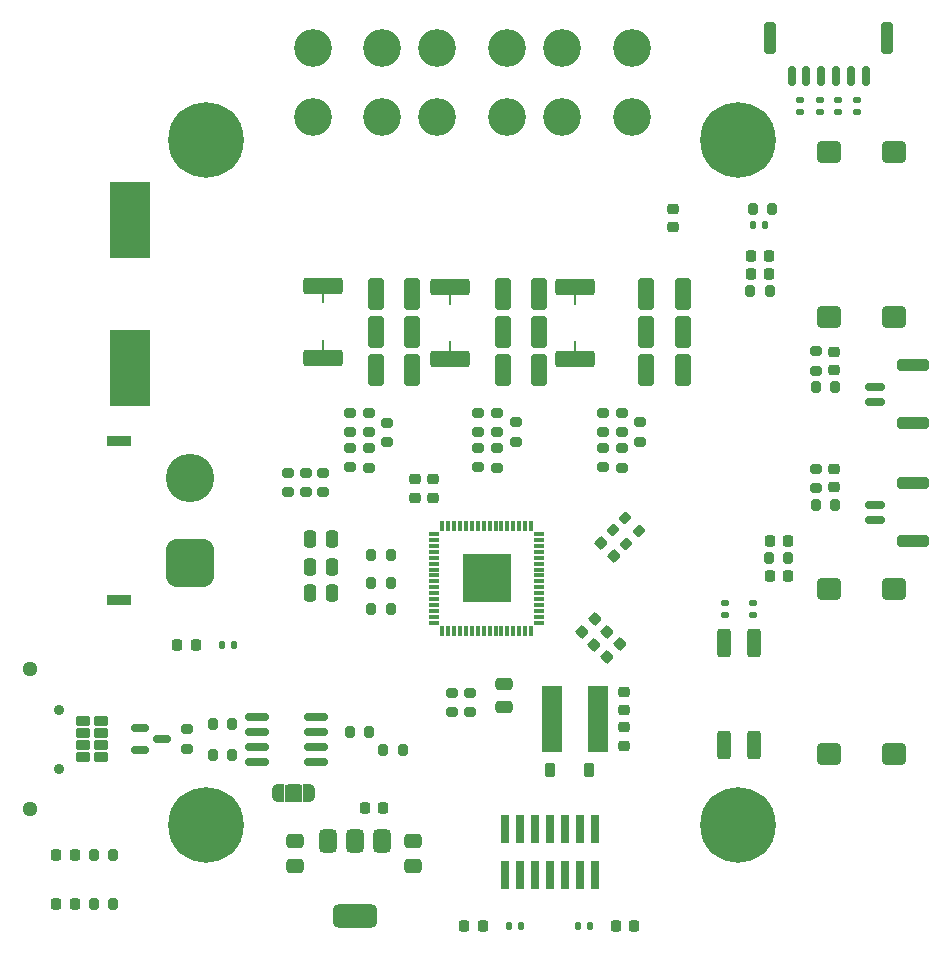
<source format=gbr>
%TF.GenerationSoftware,KiCad,Pcbnew,9.0.6-9.0.6~ubuntu24.04.1*%
%TF.CreationDate,2025-11-20T19:16:14+01:00*%
%TF.ProjectId,FOC_CONTROLLER_V2,464f435f-434f-44e5-9452-4f4c4c45525f,rev?*%
%TF.SameCoordinates,Original*%
%TF.FileFunction,Soldermask,Top*%
%TF.FilePolarity,Negative*%
%FSLAX46Y46*%
G04 Gerber Fmt 4.6, Leading zero omitted, Abs format (unit mm)*
G04 Created by KiCad (PCBNEW 9.0.6-9.0.6~ubuntu24.04.1) date 2025-11-20 19:16:14*
%MOMM*%
%LPD*%
G01*
G04 APERTURE LIST*
G04 Aperture macros list*
%AMRoundRect*
0 Rectangle with rounded corners*
0 $1 Rounding radius*
0 $2 $3 $4 $5 $6 $7 $8 $9 X,Y pos of 4 corners*
0 Add a 4 corners polygon primitive as box body*
4,1,4,$2,$3,$4,$5,$6,$7,$8,$9,$2,$3,0*
0 Add four circle primitives for the rounded corners*
1,1,$1+$1,$2,$3*
1,1,$1+$1,$4,$5*
1,1,$1+$1,$6,$7*
1,1,$1+$1,$8,$9*
0 Add four rect primitives between the rounded corners*
20,1,$1+$1,$2,$3,$4,$5,0*
20,1,$1+$1,$4,$5,$6,$7,0*
20,1,$1+$1,$6,$7,$8,$9,0*
20,1,$1+$1,$8,$9,$2,$3,0*%
%AMFreePoly0*
4,1,23,0.550000,-0.750000,0.000000,-0.750000,0.000000,-0.745722,-0.065263,-0.745722,-0.191342,-0.711940,-0.304381,-0.646677,-0.396677,-0.554381,-0.461940,-0.441342,-0.495722,-0.315263,-0.495722,-0.250000,-0.500000,-0.250000,-0.500000,0.250000,-0.495722,0.250000,-0.495722,0.315263,-0.461940,0.441342,-0.396677,0.554381,-0.304381,0.646677,-0.191342,0.711940,-0.065263,0.745722,0.000000,0.745722,
0.000000,0.750000,0.550000,0.750000,0.550000,-0.750000,0.550000,-0.750000,$1*%
%AMFreePoly1*
4,1,23,0.000000,0.745722,0.065263,0.745722,0.191342,0.711940,0.304381,0.646677,0.396677,0.554381,0.461940,0.441342,0.495722,0.315263,0.495722,0.250000,0.500000,0.250000,0.500000,-0.250000,0.495722,-0.250000,0.495722,-0.315263,0.461940,-0.441342,0.396677,-0.554381,0.304381,-0.646677,0.191342,-0.711940,0.065263,-0.745722,0.000000,-0.745722,0.000000,-0.750000,-0.550000,-0.750000,
-0.550000,0.750000,0.000000,0.750000,0.000000,0.745722,0.000000,0.745722,$1*%
G04 Aperture macros list end*
%ADD10RoundRect,0.200000X0.200000X0.275000X-0.200000X0.275000X-0.200000X-0.275000X0.200000X-0.275000X0*%
%ADD11RoundRect,0.135000X0.185000X-0.135000X0.185000X0.135000X-0.185000X0.135000X-0.185000X-0.135000X0*%
%ADD12RoundRect,0.250000X0.412500X1.100000X-0.412500X1.100000X-0.412500X-1.100000X0.412500X-1.100000X0*%
%ADD13RoundRect,0.218750X0.218750X0.256250X-0.218750X0.256250X-0.218750X-0.256250X0.218750X-0.256250X0*%
%ADD14C,3.200000*%
%ADD15RoundRect,0.200000X-0.275000X0.200000X-0.275000X-0.200000X0.275000X-0.200000X0.275000X0.200000X0*%
%ADD16RoundRect,0.250000X0.250000X0.475000X-0.250000X0.475000X-0.250000X-0.475000X0.250000X-0.475000X0*%
%ADD17RoundRect,0.200000X0.275000X-0.200000X0.275000X0.200000X-0.275000X0.200000X-0.275000X-0.200000X0*%
%ADD18RoundRect,0.225000X0.250000X-0.225000X0.250000X0.225000X-0.250000X0.225000X-0.250000X-0.225000X0*%
%ADD19RoundRect,0.225000X-0.250000X0.225000X-0.250000X-0.225000X0.250000X-0.225000X0.250000X0.225000X0*%
%ADD20RoundRect,0.225000X-0.017678X0.335876X-0.335876X0.017678X0.017678X-0.335876X0.335876X-0.017678X0*%
%ADD21FreePoly0,180.000000*%
%ADD22R,1.000000X1.500000*%
%ADD23FreePoly1,180.000000*%
%ADD24C,0.800000*%
%ADD25C,6.400000*%
%ADD26RoundRect,0.135000X-0.135000X-0.185000X0.135000X-0.185000X0.135000X0.185000X-0.135000X0.185000X0*%
%ADD27RoundRect,0.225000X0.225000X0.250000X-0.225000X0.250000X-0.225000X-0.250000X0.225000X-0.250000X0*%
%ADD28RoundRect,0.200000X0.335876X0.053033X0.053033X0.335876X-0.335876X-0.053033X-0.053033X-0.335876X0*%
%ADD29RoundRect,0.218750X-0.218750X-0.256250X0.218750X-0.256250X0.218750X0.256250X-0.218750X0.256250X0*%
%ADD30C,0.890000*%
%ADD31RoundRect,0.102000X-0.525000X0.300000X-0.525000X-0.300000X0.525000X-0.300000X0.525000X0.300000X0*%
%ADD32C,1.294000*%
%ADD33RoundRect,0.150000X-0.587500X-0.150000X0.587500X-0.150000X0.587500X0.150000X-0.587500X0.150000X0*%
%ADD34RoundRect,0.225000X-0.225000X-0.250000X0.225000X-0.250000X0.225000X0.250000X-0.225000X0.250000X0*%
%ADD35RoundRect,0.200000X-0.200000X-0.275000X0.200000X-0.275000X0.200000X0.275000X-0.200000X0.275000X0*%
%ADD36RoundRect,0.150000X0.825000X0.150000X-0.825000X0.150000X-0.825000X-0.150000X0.825000X-0.150000X0*%
%ADD37RoundRect,0.250000X-0.475000X0.337500X-0.475000X-0.337500X0.475000X-0.337500X0.475000X0.337500X0*%
%ADD38R,2.000000X0.900000*%
%ADD39RoundRect,1.025000X1.025000X-1.025000X1.025000X1.025000X-1.025000X1.025000X-1.025000X-1.025000X0*%
%ADD40C,4.100000*%
%ADD41R,3.500000X6.500000*%
%ADD42RoundRect,0.150000X0.150000X0.700000X-0.150000X0.700000X-0.150000X-0.700000X0.150000X-0.700000X0*%
%ADD43RoundRect,0.250000X0.250000X1.100000X-0.250000X1.100000X-0.250000X-1.100000X0.250000X-1.100000X0*%
%ADD44RoundRect,0.249999X1.425001X-0.450001X1.425001X0.450001X-1.425001X0.450001X-1.425001X-0.450001X0*%
%ADD45RoundRect,0.022875X0.053375X0.423375X-0.053375X0.423375X-0.053375X-0.423375X0.053375X-0.423375X0*%
%ADD46RoundRect,0.200000X-0.335876X-0.053033X-0.053033X-0.335876X0.335876X0.053033X0.053033X0.335876X0*%
%ADD47R,0.850000X0.300000*%
%ADD48R,0.300000X0.850000*%
%ADD49R,4.100000X4.100000*%
%ADD50RoundRect,0.225000X-0.335876X-0.017678X-0.017678X-0.335876X0.335876X0.017678X0.017678X0.335876X0*%
%ADD51RoundRect,0.250000X-0.475000X0.250000X-0.475000X-0.250000X0.475000X-0.250000X0.475000X0.250000X0*%
%ADD52RoundRect,0.270000X0.730000X-0.630000X0.730000X0.630000X-0.730000X0.630000X-0.730000X-0.630000X0*%
%ADD53RoundRect,0.375000X-0.375000X0.625000X-0.375000X-0.625000X0.375000X-0.625000X0.375000X0.625000X0*%
%ADD54RoundRect,0.500000X-1.400000X0.500000X-1.400000X-0.500000X1.400000X-0.500000X1.400000X0.500000X0*%
%ADD55R,0.740000X2.400000*%
%ADD56R,1.700000X5.600000*%
%ADD57RoundRect,0.135000X0.135000X0.185000X-0.135000X0.185000X-0.135000X-0.185000X0.135000X-0.185000X0*%
%ADD58RoundRect,0.150000X0.700000X-0.150000X0.700000X0.150000X-0.700000X0.150000X-0.700000X-0.150000X0*%
%ADD59RoundRect,0.250000X1.100000X-0.250000X1.100000X0.250000X-1.100000X0.250000X-1.100000X-0.250000X0*%
%ADD60RoundRect,0.250000X0.310000X-0.970000X0.310000X0.970000X-0.310000X0.970000X-0.310000X-0.970000X0*%
%ADD61RoundRect,0.225000X-0.225000X-0.375000X0.225000X-0.375000X0.225000X0.375000X-0.225000X0.375000X0*%
G04 APERTURE END LIST*
%TO.C,PwrJumper1*%
G36*
X125650000Y-123050000D02*
G01*
X124150000Y-123050000D01*
X124150000Y-121550000D01*
X125650000Y-121550000D01*
X125650000Y-123050000D01*
G37*
%TD*%
D10*
%TO.C,R36*%
X119725000Y-119090000D03*
X118075000Y-119090000D03*
%TD*%
D11*
%TO.C,R43*%
X171000000Y-64610000D03*
X171000000Y-63590000D03*
%TD*%
D12*
%TO.C,C6*%
X157862500Y-80049996D03*
X154737500Y-80049996D03*
%TD*%
D13*
%TO.C,5V*%
X140927501Y-133500000D03*
X139352499Y-133500000D03*
%TD*%
D14*
%TO.C,J2*%
X126505000Y-65035000D03*
X132375000Y-65035000D03*
X126505000Y-59165000D03*
X132375000Y-59165000D03*
%TD*%
D15*
%TO.C,R24*%
X152700000Y-90075000D03*
X152700000Y-91725000D03*
%TD*%
D16*
%TO.C,C3*%
X128150000Y-103100000D03*
X126250000Y-103100000D03*
%TD*%
D17*
%TO.C,R5*%
X125924999Y-96800000D03*
X125924999Y-95150000D03*
%TD*%
D15*
%TO.C,R2*%
X139800000Y-113775000D03*
X139800000Y-115425000D03*
%TD*%
D11*
%TO.C,R46*%
X163800000Y-107209999D03*
X163800000Y-106190001D03*
%TD*%
D12*
%TO.C,C32*%
X134962500Y-80049999D03*
X131837500Y-80049999D03*
%TD*%
D10*
%TO.C,NTC1*%
X165425000Y-72800000D03*
X163775000Y-72800000D03*
%TD*%
D15*
%TO.C,R17*%
X129700000Y-93050000D03*
X129700000Y-94700000D03*
%TD*%
D18*
%TO.C,C24*%
X157000000Y-74375000D03*
X157000000Y-72825000D03*
%TD*%
D19*
%TO.C,C29*%
X170675000Y-94850000D03*
X170675000Y-96400000D03*
%TD*%
D10*
%TO.C,R50*%
X170750000Y-87900000D03*
X169100000Y-87900000D03*
%TD*%
D11*
%TO.C,R47*%
X161400000Y-107209999D03*
X161400000Y-106190001D03*
%TD*%
D20*
%TO.C,C11*%
X152515739Y-109669723D03*
X151419723Y-110765739D03*
%TD*%
D17*
%TO.C,R7*%
X124449998Y-96800000D03*
X124449998Y-95150000D03*
%TD*%
D11*
%TO.C,Encoder*%
X172600000Y-64610000D03*
X172600000Y-63590000D03*
%TD*%
D21*
%TO.C,PwrJumper1*%
X126200000Y-122300000D03*
D22*
X124900000Y-122300000D03*
D23*
X123600000Y-122300000D03*
%TD*%
D24*
%TO.C,H4*%
X115100000Y-67000000D03*
X115802944Y-65302944D03*
X115802944Y-68697056D03*
X117500000Y-64600000D03*
D25*
X117500000Y-67000000D03*
D24*
X117500000Y-69400000D03*
X119197056Y-65302944D03*
X119197056Y-68697056D03*
X119900000Y-67000000D03*
%TD*%
D26*
%TO.C,R45*%
X163790000Y-74200000D03*
X164810000Y-74200000D03*
%TD*%
D20*
%TO.C,C12*%
X151448008Y-108601992D03*
X150351992Y-109698008D03*
%TD*%
D10*
%TO.C,R11*%
X109637500Y-127500000D03*
X107987500Y-127500000D03*
%TD*%
D17*
%TO.C,R10*%
X138300000Y-115425000D03*
X138300000Y-113775000D03*
%TD*%
D27*
%TO.C,C9*%
X166750000Y-100900000D03*
X165200000Y-100900000D03*
%TD*%
D15*
%TO.C,R22*%
X140550000Y-93050000D03*
X140550000Y-94700000D03*
%TD*%
D19*
%TO.C,C10*%
X135160000Y-95725000D03*
X135160000Y-97275000D03*
%TD*%
D28*
%TO.C,R28*%
X154151094Y-100115632D03*
X152984368Y-98948906D03*
%TD*%
D19*
%TO.C,C14*%
X136660000Y-95725000D03*
X136660000Y-97275000D03*
%TD*%
D29*
%TO.C,3v3*%
X152172499Y-133500000D03*
X153747501Y-133500000D03*
%TD*%
D30*
%TO.C,J11*%
X105057500Y-115200000D03*
X105057500Y-120200000D03*
D31*
X108582500Y-119200000D03*
X107032500Y-119200000D03*
X108582500Y-118200000D03*
X107032500Y-118200000D03*
X108582500Y-117200000D03*
X107032500Y-117200000D03*
X108582500Y-116200000D03*
X107032500Y-116200000D03*
D32*
X102607500Y-111775000D03*
X102607500Y-123625000D03*
%TD*%
D12*
%TO.C,C31*%
X145712500Y-80049996D03*
X142587500Y-80049996D03*
%TD*%
D33*
%TO.C,D2*%
X111900000Y-116750000D03*
X111900000Y-118650000D03*
X113775000Y-117700000D03*
%TD*%
D34*
%TO.C,C18*%
X163625000Y-78300000D03*
X165175000Y-78300000D03*
%TD*%
D15*
%TO.C,R18*%
X131300000Y-90075000D03*
X131300000Y-91725000D03*
%TD*%
D26*
%TO.C,R38*%
X143132500Y-133500000D03*
X144152498Y-133500000D03*
%TD*%
D10*
%TO.C,R30*%
X165225000Y-79800000D03*
X163575000Y-79800000D03*
%TD*%
D29*
%TO.C,LED 2*%
X104825000Y-131690000D03*
X106400000Y-131690000D03*
%TD*%
D19*
%TO.C,C28*%
X170675000Y-84900000D03*
X170675000Y-86450000D03*
%TD*%
D10*
%TO.C,R1*%
X133125000Y-104450000D03*
X131475000Y-104450000D03*
%TD*%
D35*
%TO.C,R8*%
X165150000Y-102400000D03*
X166800000Y-102400000D03*
%TD*%
D36*
%TO.C,U1*%
X126775000Y-119605000D03*
X126775000Y-118335000D03*
X126775000Y-117065000D03*
X126775000Y-115795000D03*
X121825000Y-115795000D03*
X121825000Y-117065000D03*
X121825000Y-118335000D03*
X121825000Y-119605000D03*
%TD*%
D26*
%TO.C,R40*%
X118805000Y-109710001D03*
X119824998Y-109710001D03*
%TD*%
D17*
%TO.C,R51*%
X169125000Y-96450000D03*
X169125000Y-94800000D03*
%TD*%
D37*
%TO.C,C20*%
X125000000Y-126362500D03*
X125000000Y-128437500D03*
%TD*%
D14*
%TO.C,V*%
X137065000Y-65035000D03*
X142935000Y-65035000D03*
X137065000Y-59165000D03*
X142935000Y-59165000D03*
%TD*%
D38*
%TO.C,DC IN*%
X110150000Y-105950000D03*
X110150000Y-92450000D03*
D39*
X116150000Y-102800000D03*
D40*
X116150000Y-95600000D03*
%TD*%
D11*
%TO.C,R41*%
X167800000Y-64610000D03*
X167800000Y-63590000D03*
%TD*%
D41*
%TO.C,C2*%
X111033885Y-86250000D03*
X111033885Y-73750000D03*
%TD*%
D37*
%TO.C,C19*%
X135000000Y-126362500D03*
X135000000Y-128437500D03*
%TD*%
D35*
%TO.C,R34*%
X132475000Y-118600000D03*
X134125000Y-118600000D03*
%TD*%
D12*
%TO.C,C21*%
X134962500Y-83250000D03*
X131837500Y-83250000D03*
%TD*%
D42*
%TO.C,J12*%
X173325000Y-61550000D03*
X172075000Y-61550000D03*
X170825000Y-61550000D03*
X169575000Y-61550000D03*
X168325000Y-61550000D03*
X167075000Y-61550000D03*
D43*
X175175000Y-58350000D03*
X165225000Y-58350000D03*
%TD*%
D10*
%TO.C,R4*%
X133125000Y-106650000D03*
X131475000Y-106650000D03*
%TD*%
D44*
%TO.C,R32*%
X138100000Y-85550000D03*
D45*
X138100000Y-84500001D03*
X138100000Y-80499999D03*
D44*
X138100000Y-79450000D03*
%TD*%
D10*
%TO.C,R48*%
X109637500Y-131700000D03*
X107987500Y-131700000D03*
%TD*%
D46*
%TO.C,R29*%
X151916637Y-100016637D03*
X153083363Y-101183363D03*
%TD*%
D18*
%TO.C,C13*%
X152900000Y-115267893D03*
X152900000Y-113717893D03*
%TD*%
D47*
%TO.C,IC1*%
X145700000Y-107850000D03*
X145700000Y-107350000D03*
X145700000Y-106850000D03*
X145700000Y-106350000D03*
X145700000Y-105850000D03*
X145700000Y-105350000D03*
X145700000Y-104850000D03*
X145700000Y-104350000D03*
X145700000Y-103850000D03*
X145700000Y-103350000D03*
X145700000Y-102850000D03*
X145700000Y-102350000D03*
X145700000Y-101850000D03*
X145700000Y-101350000D03*
X145700000Y-100850000D03*
X145700000Y-100350000D03*
D48*
X145000000Y-99650000D03*
X144500000Y-99650000D03*
X144000000Y-99650000D03*
X143500000Y-99650000D03*
X143000000Y-99650000D03*
X142500000Y-99650000D03*
X142000000Y-99650000D03*
X141500000Y-99650000D03*
X141000000Y-99650000D03*
X140500000Y-99650000D03*
X140000000Y-99650000D03*
X139500000Y-99650000D03*
X139000000Y-99650000D03*
X138500000Y-99650000D03*
X138000000Y-99650000D03*
X137500000Y-99650000D03*
D47*
X136800000Y-100350000D03*
X136800000Y-100850000D03*
X136800000Y-101350000D03*
X136800000Y-101850000D03*
X136800000Y-102350000D03*
X136800000Y-102850000D03*
X136800000Y-103350000D03*
X136800000Y-103850000D03*
X136800000Y-104350000D03*
X136800000Y-104850000D03*
X136800000Y-105350000D03*
X136800000Y-105850000D03*
X136800000Y-106350000D03*
X136800000Y-106850000D03*
X136800000Y-107350000D03*
X136800000Y-107850000D03*
D48*
X137500000Y-108550000D03*
X138000000Y-108550000D03*
X138500000Y-108550000D03*
X139000000Y-108550000D03*
X139500000Y-108550000D03*
X140000000Y-108550000D03*
X140500000Y-108550000D03*
X141000000Y-108550000D03*
X141500000Y-108550000D03*
X142000000Y-108550000D03*
X142500000Y-108550000D03*
X143000000Y-108550000D03*
X143500000Y-108550000D03*
X144000000Y-108550000D03*
X144500000Y-108550000D03*
X145000000Y-108550000D03*
D49*
X141250000Y-104100000D03*
%TD*%
D16*
%TO.C,C5*%
X128150000Y-100750000D03*
X126250000Y-100750000D03*
%TD*%
D17*
%TO.C,R14*%
X132800000Y-92550000D03*
X132800000Y-90900000D03*
%TD*%
D19*
%TO.C,1  2*%
X152900000Y-116717893D03*
X152900000Y-118267893D03*
%TD*%
D13*
%TO.C,D5*%
X116600000Y-109700000D03*
X115024998Y-109700000D03*
%TD*%
D50*
%TO.C,C17*%
X150891332Y-101112652D03*
X151987348Y-102208668D03*
%TD*%
D51*
%TO.C,C8*%
X142700000Y-113050001D03*
X142700000Y-114949999D03*
%TD*%
D52*
%TO.C,USER*%
X170225000Y-82000000D03*
X170225000Y-68000000D03*
X175725000Y-82000000D03*
X175725000Y-68000000D03*
%TD*%
D17*
%TO.C,R3*%
X127400000Y-96800000D03*
X127400000Y-95150000D03*
%TD*%
D15*
%TO.C,R16*%
X129700000Y-90075000D03*
X129700000Y-91725000D03*
%TD*%
D44*
%TO.C,R33*%
X148700000Y-85550000D03*
D45*
X148700000Y-84500001D03*
X148700000Y-80499999D03*
D44*
X148700000Y-79450000D03*
%TD*%
D53*
%TO.C,J10*%
X132400000Y-126350000D03*
X130100000Y-126350000D03*
X127800000Y-126350000D03*
D54*
X130100000Y-132650000D03*
%TD*%
D24*
%TO.C,RS485*%
X115100000Y-125000000D03*
X115802944Y-123302944D03*
X115802944Y-126697056D03*
X117500000Y-122600000D03*
D25*
X117500000Y-125000000D03*
D24*
X117500000Y-127400000D03*
X119197056Y-123302944D03*
X119197056Y-126697056D03*
X119900000Y-125000000D03*
%TD*%
D17*
%TO.C,R20*%
X143700000Y-92525000D03*
X143700000Y-90875000D03*
%TD*%
D29*
%TO.C,LED 1*%
X104825000Y-127500000D03*
X106400000Y-127500000D03*
%TD*%
D12*
%TO.C,C27*%
X134962500Y-86449999D03*
X131837500Y-86449999D03*
%TD*%
D15*
%TO.C,R19*%
X142150000Y-90075000D03*
X142150000Y-91725000D03*
%TD*%
D34*
%TO.C,C30*%
X130950000Y-123500000D03*
X132500000Y-123500000D03*
%TD*%
D14*
%TO.C,J4*%
X147655000Y-65035000D03*
X153525000Y-65035000D03*
X147655000Y-59165000D03*
X153525000Y-59165000D03*
%TD*%
D52*
%TO.C,nRST1*%
X170225000Y-119000000D03*
X170225000Y-105000000D03*
X175725000Y-119000000D03*
X175725000Y-105000000D03*
%TD*%
D44*
%TO.C,R31*%
X127400000Y-85450000D03*
D45*
X127400000Y-84400001D03*
X127400000Y-80399999D03*
D44*
X127400000Y-79350000D03*
%TD*%
D17*
%TO.C,R21*%
X142150000Y-94725000D03*
X142150000Y-93075000D03*
%TD*%
D12*
%TO.C,C26*%
X157862500Y-83249998D03*
X154737500Y-83249998D03*
%TD*%
D55*
%TO.C,JTAG*%
X142790000Y-129250000D03*
X142790000Y-125350000D03*
X144060000Y-129250000D03*
X144060000Y-125350000D03*
X145330000Y-129250000D03*
X145330000Y-125350000D03*
X146600000Y-129250000D03*
X146600000Y-125350000D03*
X147870000Y-129250000D03*
X147870000Y-125350000D03*
X149140000Y-129250000D03*
X149140000Y-125350000D03*
X150410000Y-129250000D03*
X150410000Y-125350000D03*
%TD*%
D56*
%TO.C,L1*%
X146735786Y-116000000D03*
X150635786Y-116000000D03*
%TD*%
D35*
%TO.C,R35*%
X129675000Y-117100000D03*
X131325000Y-117100000D03*
%TD*%
D17*
%TO.C,R49*%
X169125000Y-86500000D03*
X169125000Y-84850000D03*
%TD*%
D24*
%TO.C,H3*%
X160100000Y-67000000D03*
X160802944Y-65302944D03*
X160802944Y-68697056D03*
X162500000Y-64600000D03*
D25*
X162500000Y-67000000D03*
D24*
X162500000Y-69400000D03*
X164197056Y-65302944D03*
X164197056Y-68697056D03*
X164900000Y-67000000D03*
%TD*%
D27*
%TO.C,R12*%
X165175000Y-76800000D03*
X163625000Y-76800000D03*
%TD*%
D11*
%TO.C,R42*%
X169500000Y-64610000D03*
X169500000Y-63590000D03*
%TD*%
D10*
%TO.C,GATE HIGH*%
X133125000Y-102100000D03*
X131475000Y-102100000D03*
%TD*%
D27*
%TO.C,R9*%
X166750000Y-103900000D03*
X165200000Y-103900000D03*
%TD*%
D15*
%TO.C,R53*%
X115900000Y-116875000D03*
X115900000Y-118525000D03*
%TD*%
D24*
%TO.C,H2*%
X160100000Y-125000000D03*
X160802944Y-123302944D03*
X160802944Y-126697056D03*
X162500000Y-122600000D03*
D25*
X162500000Y-125000000D03*
D24*
X162500000Y-127400000D03*
X164197056Y-123302944D03*
X164197056Y-126697056D03*
X164900000Y-125000000D03*
%TD*%
D57*
%TO.C,R39*%
X149967499Y-133510001D03*
X148947501Y-133510001D03*
%TD*%
D58*
%TO.C,LSW1*%
X174150000Y-89125000D03*
X174150000Y-87875000D03*
D59*
X177350000Y-90975000D03*
X177350000Y-86025000D03*
%TD*%
D20*
%TO.C,C15*%
X150428680Y-107578680D03*
X149332664Y-108674696D03*
%TD*%
D58*
%TO.C,LSW2*%
X174150000Y-99125000D03*
X174150000Y-97875000D03*
D59*
X177350000Y-100975000D03*
X177350000Y-96025000D03*
%TD*%
D17*
%TO.C,R25*%
X154200000Y-92525000D03*
X154200000Y-90875000D03*
%TD*%
D15*
%TO.C,R27*%
X151100000Y-93050000D03*
X151100000Y-94700000D03*
%TD*%
D17*
%TO.C,R15*%
X131300000Y-94725000D03*
X131300000Y-93075000D03*
%TD*%
D12*
%TO.C,C4*%
X157862500Y-86449998D03*
X154737500Y-86449998D03*
%TD*%
D15*
%TO.C,R23*%
X151100000Y-90075000D03*
X151100000Y-91725000D03*
%TD*%
%TO.C,R13*%
X140550000Y-90075000D03*
X140550000Y-91725000D03*
%TD*%
D12*
%TO.C,C33*%
X145712500Y-83249998D03*
X142587500Y-83249998D03*
%TD*%
%TO.C,C22*%
X145712500Y-86449998D03*
X142587500Y-86449998D03*
%TD*%
D10*
%TO.C,R52*%
X170750000Y-97850000D03*
X169100000Y-97850000D03*
%TD*%
%TO.C,R37*%
X119725000Y-116390000D03*
X118075000Y-116390000D03*
%TD*%
D16*
%TO.C,BOOT*%
X128150000Y-105350000D03*
X126250000Y-105350000D03*
%TD*%
D60*
%TO.C,Adress*%
X161330000Y-118205000D03*
X163870000Y-118205000D03*
X163870000Y-109595000D03*
X161330000Y-109595000D03*
%TD*%
D17*
%TO.C,R26*%
X152700000Y-94725000D03*
X152700000Y-93075000D03*
%TD*%
D61*
%TO.C,D4*%
X146650000Y-120292893D03*
X149950000Y-120292893D03*
%TD*%
M02*

</source>
